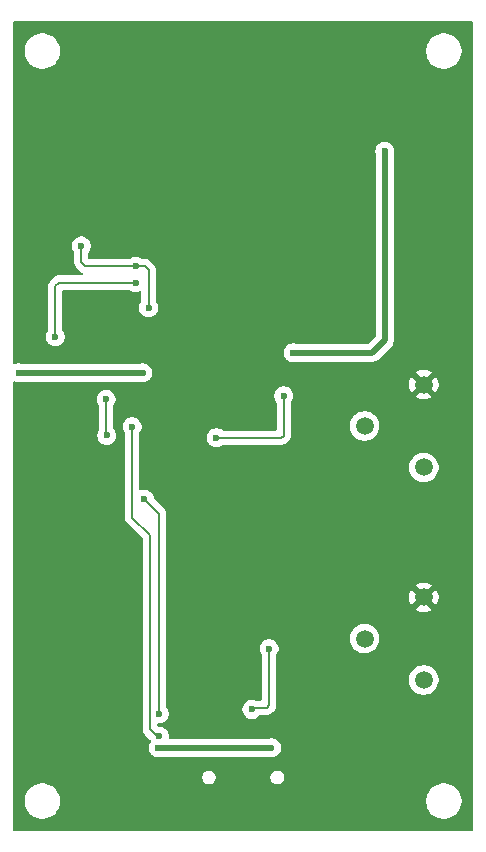
<source format=gbl>
%TF.GenerationSoftware,KiCad,Pcbnew,9.0.4*%
%TF.CreationDate,2025-10-04T23:27:53+02:00*%
%TF.ProjectId,zVMC_PCB,7a564d43-5f50-4434-922e-6b696361645f,rev?*%
%TF.SameCoordinates,Original*%
%TF.FileFunction,Copper,L2,Bot*%
%TF.FilePolarity,Positive*%
%FSLAX46Y46*%
G04 Gerber Fmt 4.6, Leading zero omitted, Abs format (unit mm)*
G04 Created by KiCad (PCBNEW 9.0.4) date 2025-10-04 23:27:53*
%MOMM*%
%LPD*%
G01*
G04 APERTURE LIST*
%TA.AperFunction,ComponentPad*%
%ADD10C,1.500000*%
%TD*%
%TA.AperFunction,ViaPad*%
%ADD11C,0.600000*%
%TD*%
%TA.AperFunction,Conductor*%
%ADD12C,0.500000*%
%TD*%
%TA.AperFunction,Conductor*%
%ADD13C,0.200000*%
%TD*%
G04 APERTURE END LIST*
D10*
%TO.P,J3,1,1*%
%TO.N,Net-(D1-A2)*%
X95300000Y-148750000D03*
%TO.P,J3,2,2*%
%TO.N,Net-(D1-A1)*%
X90300000Y-145250000D03*
%TO.P,J3,3,3*%
%TO.N,GND*%
X95300000Y-141750000D03*
%TD*%
%TO.P,J1,1,1*%
%TO.N,Net-(D9-A2)*%
X95300000Y-166750000D03*
%TO.P,J1,2,2*%
%TO.N,Net-(D9-A1)*%
X90300000Y-163250000D03*
%TO.P,J1,3,3*%
%TO.N,GND*%
X95300000Y-159750000D03*
%TD*%
D11*
%TO.N,GND*%
X65750000Y-112000000D03*
X82000000Y-151000000D03*
X84000000Y-151000000D03*
X77000000Y-144750000D03*
X63750000Y-120000000D03*
X79500000Y-142500000D03*
X75000000Y-132500000D03*
X86750000Y-118000000D03*
X78250000Y-163250000D03*
X62000000Y-126250000D03*
%TO.N,+3.3V*%
X71500000Y-140750000D03*
X61000000Y-140750000D03*
X84250000Y-139050000D03*
X92000000Y-122000000D03*
%TO.N,VBUS*%
X82400000Y-172500000D03*
X72800000Y-172500000D03*
%TO.N,USB+*%
X72900000Y-169600000D03*
X71650000Y-151450000D03*
%TO.N,USB-*%
X72900000Y-171500000D03*
X70600000Y-145300000D03*
%TO.N,Net-(D1-A2)*%
X83435000Y-142685000D03*
X77750000Y-146250000D03*
%TO.N,Net-(D9-A2)*%
X80750000Y-169250000D03*
X82200000Y-164100000D03*
%TO.N,RXD_0*%
X64100000Y-137700000D03*
X70900000Y-133100000D03*
%TO.N,TXD_0*%
X72000000Y-135250000D03*
X70900000Y-131700000D03*
X66300000Y-130000000D03*
%TO.N,RXD_1*%
X68450000Y-146050000D03*
X68400000Y-143000000D03*
%TD*%
D12*
%TO.N,+3.3V*%
X71500000Y-140750000D02*
X61000000Y-140750000D01*
X92000000Y-138000000D02*
X92000000Y-122000000D01*
X90950000Y-139050000D02*
X92000000Y-138000000D01*
X84250000Y-139050000D02*
X90950000Y-139050000D01*
%TO.N,VBUS*%
X82400000Y-172500000D02*
X72800000Y-172500000D01*
D13*
%TO.N,USB+*%
X71650000Y-151450000D02*
X72900000Y-152700000D01*
X72900000Y-152700000D02*
X72900000Y-169600000D01*
%TO.N,USB-*%
X70600000Y-152999000D02*
X72100000Y-154499000D01*
X72100000Y-154499000D02*
X72100000Y-170900000D01*
X70600000Y-145300000D02*
X70600000Y-152999000D01*
X72700000Y-171500000D02*
X72900000Y-171500000D01*
X72100000Y-170900000D02*
X72700000Y-171500000D01*
%TO.N,Net-(D1-A2)*%
X83435000Y-142685000D02*
X83435000Y-146065000D01*
X83500000Y-142750000D02*
X83435000Y-142685000D01*
X83435000Y-146065000D02*
X83250000Y-146250000D01*
X83250000Y-146250000D02*
X77750000Y-146250000D01*
%TO.N,Net-(D9-A2)*%
X82000000Y-169100000D02*
X82200000Y-168900000D01*
X80900000Y-169100000D02*
X82000000Y-169100000D01*
X82200000Y-168900000D02*
X82200000Y-164100000D01*
X80750000Y-169250000D02*
X80900000Y-169100000D01*
%TO.N,RXD_0*%
X64400000Y-133100000D02*
X64100000Y-133400000D01*
X64100000Y-133400000D02*
X64100000Y-137700000D01*
X70900000Y-133100000D02*
X64400000Y-133100000D01*
%TO.N,TXD_0*%
X70900000Y-131700000D02*
X66600000Y-131700000D01*
X70900000Y-131700000D02*
X71700000Y-131700000D01*
X66600000Y-131700000D02*
X66300000Y-131400000D01*
X72000000Y-132000000D02*
X72000000Y-135250000D01*
X71700000Y-131700000D02*
X72000000Y-132000000D01*
X66300000Y-131400000D02*
X66300000Y-130000000D01*
%TO.N,RXD_1*%
X68400000Y-146000000D02*
X68400000Y-143000000D01*
%TD*%
%TA.AperFunction,Conductor*%
%TO.N,GND*%
G36*
X99442539Y-111020185D02*
G01*
X99488294Y-111072989D01*
X99499500Y-111124500D01*
X99499500Y-179375500D01*
X99479815Y-179442539D01*
X99427011Y-179488294D01*
X99375500Y-179499500D01*
X60624500Y-179499500D01*
X60557461Y-179479815D01*
X60511706Y-179427011D01*
X60500500Y-179375500D01*
X60500500Y-176881902D01*
X61499500Y-176881902D01*
X61499500Y-177118097D01*
X61536446Y-177351368D01*
X61609433Y-177575996D01*
X61716657Y-177786433D01*
X61855483Y-177977510D01*
X62022490Y-178144517D01*
X62213567Y-178283343D01*
X62312991Y-178334002D01*
X62424003Y-178390566D01*
X62424005Y-178390566D01*
X62424008Y-178390568D01*
X62544412Y-178429689D01*
X62648631Y-178463553D01*
X62881903Y-178500500D01*
X62881908Y-178500500D01*
X63118097Y-178500500D01*
X63351368Y-178463553D01*
X63575992Y-178390568D01*
X63786433Y-178283343D01*
X63977510Y-178144517D01*
X64144517Y-177977510D01*
X64283343Y-177786433D01*
X64390568Y-177575992D01*
X64463553Y-177351368D01*
X64500500Y-177118097D01*
X64500500Y-176881902D01*
X95499500Y-176881902D01*
X95499500Y-177118097D01*
X95536446Y-177351368D01*
X95609433Y-177575996D01*
X95716657Y-177786433D01*
X95855483Y-177977510D01*
X96022490Y-178144517D01*
X96213567Y-178283343D01*
X96312991Y-178334002D01*
X96424003Y-178390566D01*
X96424005Y-178390566D01*
X96424008Y-178390568D01*
X96544412Y-178429689D01*
X96648631Y-178463553D01*
X96881903Y-178500500D01*
X96881908Y-178500500D01*
X97118097Y-178500500D01*
X97351368Y-178463553D01*
X97575992Y-178390568D01*
X97786433Y-178283343D01*
X97977510Y-178144517D01*
X98144517Y-177977510D01*
X98283343Y-177786433D01*
X98390568Y-177575992D01*
X98463553Y-177351368D01*
X98500500Y-177118097D01*
X98500500Y-176881902D01*
X98463553Y-176648631D01*
X98390566Y-176424003D01*
X98283342Y-176213566D01*
X98144517Y-176022490D01*
X97977510Y-175855483D01*
X97786433Y-175716657D01*
X97575996Y-175609433D01*
X97351368Y-175536446D01*
X97118097Y-175499500D01*
X97118092Y-175499500D01*
X96881908Y-175499500D01*
X96881903Y-175499500D01*
X96648631Y-175536446D01*
X96424003Y-175609433D01*
X96213566Y-175716657D01*
X96104550Y-175795862D01*
X96022490Y-175855483D01*
X96022488Y-175855485D01*
X96022487Y-175855485D01*
X95855485Y-176022487D01*
X95855485Y-176022488D01*
X95855483Y-176022490D01*
X95795862Y-176104550D01*
X95716657Y-176213566D01*
X95609433Y-176424003D01*
X95536446Y-176648631D01*
X95499500Y-176881902D01*
X64500500Y-176881902D01*
X64463553Y-176648631D01*
X64390566Y-176424003D01*
X64283342Y-176213566D01*
X64144517Y-176022490D01*
X63977510Y-175855483D01*
X63786433Y-175716657D01*
X63575996Y-175609433D01*
X63351368Y-175536446D01*
X63118097Y-175499500D01*
X63118092Y-175499500D01*
X62881908Y-175499500D01*
X62881903Y-175499500D01*
X62648631Y-175536446D01*
X62424003Y-175609433D01*
X62213566Y-175716657D01*
X62104550Y-175795862D01*
X62022490Y-175855483D01*
X62022488Y-175855485D01*
X62022487Y-175855485D01*
X61855485Y-176022487D01*
X61855485Y-176022488D01*
X61855483Y-176022490D01*
X61795862Y-176104550D01*
X61716657Y-176213566D01*
X61609433Y-176424003D01*
X61536446Y-176648631D01*
X61499500Y-176881902D01*
X60500500Y-176881902D01*
X60500500Y-174924234D01*
X76534500Y-174924234D01*
X76534500Y-175075765D01*
X76573719Y-175222136D01*
X76611602Y-175287750D01*
X76649485Y-175353365D01*
X76756635Y-175460515D01*
X76887865Y-175536281D01*
X77034234Y-175575500D01*
X77034236Y-175575500D01*
X77185764Y-175575500D01*
X77185766Y-175575500D01*
X77332135Y-175536281D01*
X77463365Y-175460515D01*
X77570515Y-175353365D01*
X77646281Y-175222135D01*
X77685500Y-175075766D01*
X77685500Y-174924234D01*
X82314500Y-174924234D01*
X82314500Y-175075765D01*
X82353719Y-175222136D01*
X82391602Y-175287750D01*
X82429485Y-175353365D01*
X82536635Y-175460515D01*
X82667865Y-175536281D01*
X82814234Y-175575500D01*
X82814236Y-175575500D01*
X82965764Y-175575500D01*
X82965766Y-175575500D01*
X83112135Y-175536281D01*
X83243365Y-175460515D01*
X83350515Y-175353365D01*
X83426281Y-175222135D01*
X83465500Y-175075766D01*
X83465500Y-174924234D01*
X83426281Y-174777865D01*
X83350515Y-174646635D01*
X83243365Y-174539485D01*
X83177750Y-174501602D01*
X83112136Y-174463719D01*
X83038950Y-174444109D01*
X82965766Y-174424500D01*
X82814234Y-174424500D01*
X82667863Y-174463719D01*
X82536635Y-174539485D01*
X82536632Y-174539487D01*
X82429487Y-174646632D01*
X82429485Y-174646635D01*
X82353719Y-174777863D01*
X82314500Y-174924234D01*
X77685500Y-174924234D01*
X77646281Y-174777865D01*
X77570515Y-174646635D01*
X77463365Y-174539485D01*
X77397750Y-174501602D01*
X77332136Y-174463719D01*
X77258950Y-174444109D01*
X77185766Y-174424500D01*
X77034234Y-174424500D01*
X76887863Y-174463719D01*
X76756635Y-174539485D01*
X76756632Y-174539487D01*
X76649487Y-174646632D01*
X76649485Y-174646635D01*
X76573719Y-174777863D01*
X76534500Y-174924234D01*
X60500500Y-174924234D01*
X60500500Y-142921153D01*
X67599500Y-142921153D01*
X67599500Y-143078846D01*
X67630261Y-143233489D01*
X67630264Y-143233501D01*
X67690602Y-143379172D01*
X67690609Y-143379185D01*
X67778602Y-143510874D01*
X67799480Y-143577551D01*
X67799500Y-143579765D01*
X67799500Y-145545064D01*
X67779815Y-145612103D01*
X67778603Y-145613954D01*
X67740608Y-145670817D01*
X67740602Y-145670828D01*
X67680264Y-145816498D01*
X67680261Y-145816510D01*
X67649500Y-145971153D01*
X67649500Y-146128846D01*
X67680261Y-146283489D01*
X67680264Y-146283501D01*
X67740602Y-146429172D01*
X67740609Y-146429185D01*
X67828210Y-146560288D01*
X67828213Y-146560292D01*
X67939707Y-146671786D01*
X67939711Y-146671789D01*
X68070814Y-146759390D01*
X68070827Y-146759397D01*
X68191972Y-146809576D01*
X68216503Y-146819737D01*
X68371153Y-146850499D01*
X68371156Y-146850500D01*
X68371158Y-146850500D01*
X68528844Y-146850500D01*
X68528845Y-146850499D01*
X68683497Y-146819737D01*
X68829179Y-146759394D01*
X68960289Y-146671789D01*
X69071789Y-146560289D01*
X69159394Y-146429179D01*
X69219737Y-146283497D01*
X69250500Y-146128842D01*
X69250500Y-145971158D01*
X69250500Y-145971155D01*
X69250499Y-145971153D01*
X69237421Y-145905405D01*
X69219737Y-145816503D01*
X69187929Y-145739711D01*
X69159397Y-145670827D01*
X69159390Y-145670814D01*
X69071789Y-145539711D01*
X69071786Y-145539707D01*
X69036819Y-145504740D01*
X69022115Y-145477812D01*
X69005523Y-145451994D01*
X69004631Y-145445793D01*
X69003334Y-145443417D01*
X69000500Y-145417059D01*
X69000500Y-145221153D01*
X69799500Y-145221153D01*
X69799500Y-145378846D01*
X69830261Y-145533489D01*
X69830264Y-145533501D01*
X69890602Y-145679172D01*
X69890609Y-145679185D01*
X69978602Y-145810874D01*
X69999480Y-145877551D01*
X69999500Y-145879765D01*
X69999500Y-152912330D01*
X69999499Y-152912348D01*
X69999499Y-153078054D01*
X69999498Y-153078054D01*
X70040423Y-153230786D01*
X70040424Y-153230787D01*
X70057046Y-153259577D01*
X70119481Y-153367717D01*
X70238349Y-153486585D01*
X70238355Y-153486590D01*
X71463181Y-154711416D01*
X71496666Y-154772739D01*
X71499500Y-154799097D01*
X71499500Y-170813330D01*
X71499499Y-170813348D01*
X71499499Y-170979054D01*
X71499498Y-170979054D01*
X71540423Y-171131785D01*
X71569358Y-171181900D01*
X71569359Y-171181904D01*
X71569360Y-171181904D01*
X71618206Y-171266510D01*
X71619479Y-171268714D01*
X71619481Y-171268717D01*
X71738349Y-171387585D01*
X71738355Y-171387590D01*
X72145348Y-171794583D01*
X72149980Y-171801516D01*
X72154219Y-171804459D01*
X72172228Y-171834812D01*
X72188761Y-171874727D01*
X72196230Y-171944196D01*
X72177302Y-171991070D01*
X72090609Y-172120814D01*
X72090602Y-172120827D01*
X72030264Y-172266498D01*
X72030261Y-172266510D01*
X71999500Y-172421153D01*
X71999500Y-172578846D01*
X72030261Y-172733489D01*
X72030264Y-172733501D01*
X72090602Y-172879172D01*
X72090609Y-172879185D01*
X72178210Y-173010288D01*
X72178213Y-173010292D01*
X72289707Y-173121786D01*
X72289711Y-173121789D01*
X72420814Y-173209390D01*
X72420827Y-173209397D01*
X72520060Y-173250500D01*
X72566503Y-173269737D01*
X72721153Y-173300499D01*
X72721156Y-173300500D01*
X72721158Y-173300500D01*
X72878844Y-173300500D01*
X72878845Y-173300499D01*
X72955152Y-173285320D01*
X73033488Y-173269739D01*
X73033489Y-173269738D01*
X73033497Y-173269737D01*
X73057155Y-173259937D01*
X73104604Y-173250500D01*
X82095396Y-173250500D01*
X82142844Y-173259937D01*
X82166503Y-173269737D01*
X82166508Y-173269738D01*
X82166511Y-173269739D01*
X82321153Y-173300499D01*
X82321156Y-173300500D01*
X82321158Y-173300500D01*
X82478844Y-173300500D01*
X82478845Y-173300499D01*
X82633497Y-173269737D01*
X82779179Y-173209394D01*
X82910289Y-173121789D01*
X83021789Y-173010289D01*
X83109394Y-172879179D01*
X83169737Y-172733497D01*
X83200500Y-172578842D01*
X83200500Y-172421158D01*
X83200500Y-172421155D01*
X83200499Y-172421153D01*
X83169738Y-172266510D01*
X83169737Y-172266503D01*
X83169735Y-172266498D01*
X83109397Y-172120827D01*
X83109390Y-172120814D01*
X83021789Y-171989711D01*
X83021786Y-171989707D01*
X82910292Y-171878213D01*
X82910288Y-171878210D01*
X82779185Y-171790609D01*
X82779172Y-171790602D01*
X82633501Y-171730264D01*
X82633489Y-171730261D01*
X82478845Y-171699500D01*
X82478842Y-171699500D01*
X82321158Y-171699500D01*
X82321155Y-171699500D01*
X82166511Y-171730260D01*
X82166506Y-171730262D01*
X82166504Y-171730262D01*
X82166503Y-171730263D01*
X82142844Y-171740062D01*
X82095396Y-171749500D01*
X73817649Y-171749500D01*
X73750610Y-171729815D01*
X73704855Y-171677011D01*
X73694911Y-171607853D01*
X73696031Y-171601310D01*
X73700500Y-171578841D01*
X73700500Y-171421155D01*
X73700499Y-171421153D01*
X73692417Y-171380521D01*
X73669737Y-171266503D01*
X73669735Y-171266498D01*
X73609397Y-171120827D01*
X73609390Y-171120814D01*
X73521789Y-170989711D01*
X73521786Y-170989707D01*
X73410292Y-170878213D01*
X73410288Y-170878210D01*
X73279185Y-170790609D01*
X73279172Y-170790602D01*
X73133501Y-170730264D01*
X73133489Y-170730261D01*
X72978845Y-170699500D01*
X72978842Y-170699500D01*
X72824500Y-170699500D01*
X72815814Y-170696949D01*
X72806853Y-170698238D01*
X72782812Y-170687259D01*
X72757461Y-170679815D01*
X72751533Y-170672974D01*
X72743297Y-170669213D01*
X72729007Y-170646978D01*
X72711706Y-170627011D01*
X72709418Y-170616496D01*
X72705523Y-170610435D01*
X72700500Y-170575500D01*
X72700500Y-170524500D01*
X72720185Y-170457461D01*
X72772989Y-170411706D01*
X72824500Y-170400500D01*
X72978844Y-170400500D01*
X72978845Y-170400499D01*
X73133497Y-170369737D01*
X73279179Y-170309394D01*
X73410289Y-170221789D01*
X73521789Y-170110289D01*
X73609394Y-169979179D01*
X73669737Y-169833497D01*
X73700500Y-169678842D01*
X73700500Y-169521158D01*
X73700500Y-169521155D01*
X73700499Y-169521153D01*
X73669737Y-169366503D01*
X73654139Y-169328846D01*
X73611046Y-169224808D01*
X73611044Y-169224805D01*
X73609394Y-169220821D01*
X73576207Y-169171153D01*
X79949500Y-169171153D01*
X79949500Y-169328846D01*
X79980261Y-169483489D01*
X79980264Y-169483501D01*
X80040602Y-169629172D01*
X80040609Y-169629185D01*
X80128210Y-169760288D01*
X80128213Y-169760292D01*
X80239707Y-169871786D01*
X80239711Y-169871789D01*
X80370814Y-169959390D01*
X80370827Y-169959397D01*
X80516498Y-170019735D01*
X80516503Y-170019737D01*
X80671153Y-170050499D01*
X80671156Y-170050500D01*
X80671158Y-170050500D01*
X80828844Y-170050500D01*
X80828845Y-170050499D01*
X80983497Y-170019737D01*
X81129179Y-169959394D01*
X81260289Y-169871789D01*
X81371789Y-169760289D01*
X81374914Y-169755611D01*
X81428525Y-169710806D01*
X81478018Y-169700500D01*
X81913331Y-169700500D01*
X81913347Y-169700501D01*
X81920943Y-169700501D01*
X82079054Y-169700501D01*
X82079057Y-169700501D01*
X82231785Y-169659577D01*
X82302558Y-169618716D01*
X82368716Y-169580520D01*
X82480520Y-169468716D01*
X82480520Y-169468715D01*
X82497948Y-169451287D01*
X82497953Y-169451280D01*
X82680520Y-169268716D01*
X82759577Y-169131784D01*
X82800501Y-168979057D01*
X82800501Y-168820942D01*
X82800501Y-168813347D01*
X82800500Y-168813329D01*
X82800500Y-166651577D01*
X94049500Y-166651577D01*
X94049500Y-166848422D01*
X94080290Y-167042826D01*
X94141117Y-167230029D01*
X94230476Y-167405405D01*
X94346172Y-167564646D01*
X94485354Y-167703828D01*
X94644595Y-167819524D01*
X94727455Y-167861743D01*
X94819970Y-167908882D01*
X94819972Y-167908882D01*
X94819975Y-167908884D01*
X94920317Y-167941487D01*
X95007173Y-167969709D01*
X95201578Y-168000500D01*
X95201583Y-168000500D01*
X95398422Y-168000500D01*
X95592826Y-167969709D01*
X95780025Y-167908884D01*
X95955405Y-167819524D01*
X96114646Y-167703828D01*
X96253828Y-167564646D01*
X96369524Y-167405405D01*
X96458884Y-167230025D01*
X96519709Y-167042826D01*
X96550500Y-166848422D01*
X96550500Y-166651577D01*
X96519709Y-166457173D01*
X96458882Y-166269970D01*
X96369523Y-166094594D01*
X96253828Y-165935354D01*
X96114646Y-165796172D01*
X95955405Y-165680476D01*
X95780029Y-165591117D01*
X95592826Y-165530290D01*
X95398422Y-165499500D01*
X95398417Y-165499500D01*
X95201583Y-165499500D01*
X95201578Y-165499500D01*
X95007173Y-165530290D01*
X94819970Y-165591117D01*
X94644594Y-165680476D01*
X94553741Y-165746485D01*
X94485354Y-165796172D01*
X94485352Y-165796174D01*
X94485351Y-165796174D01*
X94346174Y-165935351D01*
X94346174Y-165935352D01*
X94346172Y-165935354D01*
X94296485Y-166003741D01*
X94230476Y-166094594D01*
X94141117Y-166269970D01*
X94080290Y-166457173D01*
X94049500Y-166651577D01*
X82800500Y-166651577D01*
X82800500Y-164679765D01*
X82820185Y-164612726D01*
X82821398Y-164610874D01*
X82909390Y-164479185D01*
X82909390Y-164479184D01*
X82909394Y-164479179D01*
X82969737Y-164333497D01*
X83000500Y-164178842D01*
X83000500Y-164021158D01*
X83000500Y-164021155D01*
X83000499Y-164021153D01*
X82969738Y-163866510D01*
X82969737Y-163866503D01*
X82969735Y-163866498D01*
X82909397Y-163720827D01*
X82909390Y-163720814D01*
X82821789Y-163589711D01*
X82821786Y-163589707D01*
X82710292Y-163478213D01*
X82710288Y-163478210D01*
X82579185Y-163390609D01*
X82579172Y-163390602D01*
X82433501Y-163330264D01*
X82433489Y-163330261D01*
X82278845Y-163299500D01*
X82278842Y-163299500D01*
X82121158Y-163299500D01*
X82121155Y-163299500D01*
X81966510Y-163330261D01*
X81966498Y-163330264D01*
X81820827Y-163390602D01*
X81820814Y-163390609D01*
X81689711Y-163478210D01*
X81689707Y-163478213D01*
X81578213Y-163589707D01*
X81578210Y-163589711D01*
X81490609Y-163720814D01*
X81490602Y-163720827D01*
X81430264Y-163866498D01*
X81430261Y-163866510D01*
X81399500Y-164021153D01*
X81399500Y-164178846D01*
X81430261Y-164333489D01*
X81430264Y-164333501D01*
X81490602Y-164479172D01*
X81490609Y-164479185D01*
X81578602Y-164610874D01*
X81599480Y-164677551D01*
X81599500Y-164679765D01*
X81599500Y-168375500D01*
X81579815Y-168442539D01*
X81527011Y-168488294D01*
X81475500Y-168499500D01*
X81054604Y-168499500D01*
X81007155Y-168490062D01*
X80983497Y-168480263D01*
X80983493Y-168480262D01*
X80983488Y-168480260D01*
X80828845Y-168449500D01*
X80828842Y-168449500D01*
X80671158Y-168449500D01*
X80671155Y-168449500D01*
X80516510Y-168480261D01*
X80516498Y-168480264D01*
X80370827Y-168540602D01*
X80370814Y-168540609D01*
X80239711Y-168628210D01*
X80239707Y-168628213D01*
X80128213Y-168739707D01*
X80128210Y-168739711D01*
X80040609Y-168870814D01*
X80040602Y-168870827D01*
X79980264Y-169016498D01*
X79980261Y-169016510D01*
X79949500Y-169171153D01*
X73576207Y-169171153D01*
X73521789Y-169089711D01*
X73521771Y-169089693D01*
X73521043Y-169088591D01*
X73510847Y-169055428D01*
X73500520Y-169022447D01*
X73500514Y-169021821D01*
X73500510Y-169021807D01*
X73500514Y-169021792D01*
X73500500Y-169020234D01*
X73500500Y-163151577D01*
X89049500Y-163151577D01*
X89049500Y-163348422D01*
X89080290Y-163542826D01*
X89141117Y-163730029D01*
X89210658Y-163866510D01*
X89230476Y-163905405D01*
X89346172Y-164064646D01*
X89485354Y-164203828D01*
X89644595Y-164319524D01*
X89672019Y-164333497D01*
X89819970Y-164408882D01*
X89819972Y-164408882D01*
X89819975Y-164408884D01*
X89920317Y-164441487D01*
X90007173Y-164469709D01*
X90201578Y-164500500D01*
X90201583Y-164500500D01*
X90398422Y-164500500D01*
X90592826Y-164469709D01*
X90780025Y-164408884D01*
X90955405Y-164319524D01*
X91114646Y-164203828D01*
X91253828Y-164064646D01*
X91369524Y-163905405D01*
X91458884Y-163730025D01*
X91519709Y-163542826D01*
X91543818Y-163390609D01*
X91550500Y-163348422D01*
X91550500Y-163151577D01*
X91519709Y-162957173D01*
X91458882Y-162769970D01*
X91369523Y-162594594D01*
X91253828Y-162435354D01*
X91114646Y-162296172D01*
X90955405Y-162180476D01*
X90780029Y-162091117D01*
X90592826Y-162030290D01*
X90398422Y-161999500D01*
X90398417Y-161999500D01*
X90201583Y-161999500D01*
X90201578Y-161999500D01*
X90007173Y-162030290D01*
X89819970Y-162091117D01*
X89644594Y-162180476D01*
X89553741Y-162246485D01*
X89485354Y-162296172D01*
X89485352Y-162296174D01*
X89485351Y-162296174D01*
X89346174Y-162435351D01*
X89346174Y-162435352D01*
X89346172Y-162435354D01*
X89296485Y-162503741D01*
X89230476Y-162594594D01*
X89141117Y-162769970D01*
X89080290Y-162957173D01*
X89049500Y-163151577D01*
X73500500Y-163151577D01*
X73500500Y-159651617D01*
X94050000Y-159651617D01*
X94050000Y-159848382D01*
X94080778Y-160042705D01*
X94141581Y-160229835D01*
X94230905Y-160405145D01*
X94256319Y-160440125D01*
X94256320Y-160440125D01*
X94817037Y-159879408D01*
X94834075Y-159942993D01*
X94899901Y-160057007D01*
X94992993Y-160150099D01*
X95107007Y-160215925D01*
X95170590Y-160232962D01*
X94609873Y-160793677D01*
X94609873Y-160793678D01*
X94644858Y-160819096D01*
X94820164Y-160908418D01*
X95007294Y-160969221D01*
X95201618Y-161000000D01*
X95398382Y-161000000D01*
X95592705Y-160969221D01*
X95779835Y-160908418D01*
X95955143Y-160819095D01*
X95990125Y-160793678D01*
X95990126Y-160793678D01*
X95429410Y-160232962D01*
X95492993Y-160215925D01*
X95607007Y-160150099D01*
X95700099Y-160057007D01*
X95765925Y-159942993D01*
X95782962Y-159879410D01*
X96343678Y-160440126D01*
X96343678Y-160440125D01*
X96369095Y-160405143D01*
X96458418Y-160229835D01*
X96519221Y-160042705D01*
X96550000Y-159848382D01*
X96550000Y-159651617D01*
X96519221Y-159457294D01*
X96458418Y-159270164D01*
X96369096Y-159094858D01*
X96343678Y-159059873D01*
X96343677Y-159059873D01*
X95782962Y-159620589D01*
X95765925Y-159557007D01*
X95700099Y-159442993D01*
X95607007Y-159349901D01*
X95492993Y-159284075D01*
X95429409Y-159267037D01*
X95990125Y-158706320D01*
X95990125Y-158706319D01*
X95955145Y-158680905D01*
X95779835Y-158591581D01*
X95592705Y-158530778D01*
X95398382Y-158500000D01*
X95201618Y-158500000D01*
X95007294Y-158530778D01*
X94820161Y-158591582D01*
X94644863Y-158680899D01*
X94644859Y-158680902D01*
X94609873Y-158706320D01*
X94609872Y-158706320D01*
X95170590Y-159267037D01*
X95107007Y-159284075D01*
X94992993Y-159349901D01*
X94899901Y-159442993D01*
X94834075Y-159557007D01*
X94817037Y-159620590D01*
X94256320Y-159059872D01*
X94256320Y-159059873D01*
X94230902Y-159094859D01*
X94230899Y-159094863D01*
X94141582Y-159270161D01*
X94080778Y-159457294D01*
X94050000Y-159651617D01*
X73500500Y-159651617D01*
X73500500Y-152789059D01*
X73500501Y-152789046D01*
X73500501Y-152620945D01*
X73500501Y-152620943D01*
X73459577Y-152468215D01*
X73419326Y-152398499D01*
X73419326Y-152398498D01*
X73380522Y-152331287D01*
X73380521Y-152331286D01*
X73380520Y-152331284D01*
X73268716Y-152219480D01*
X73268715Y-152219479D01*
X73264385Y-152215149D01*
X73264374Y-152215139D01*
X72484574Y-151435339D01*
X72451089Y-151374016D01*
X72450638Y-151371849D01*
X72419738Y-151216510D01*
X72419737Y-151216503D01*
X72419735Y-151216498D01*
X72359397Y-151070827D01*
X72359390Y-151070814D01*
X72271789Y-150939711D01*
X72271786Y-150939707D01*
X72160292Y-150828213D01*
X72160288Y-150828210D01*
X72029185Y-150740609D01*
X72029172Y-150740602D01*
X71883501Y-150680264D01*
X71883489Y-150680261D01*
X71728845Y-150649500D01*
X71728842Y-150649500D01*
X71571158Y-150649500D01*
X71571155Y-150649500D01*
X71416510Y-150680261D01*
X71416498Y-150680264D01*
X71371952Y-150698716D01*
X71302483Y-150706185D01*
X71240004Y-150674909D01*
X71204352Y-150614820D01*
X71200500Y-150584155D01*
X71200500Y-148651577D01*
X94049500Y-148651577D01*
X94049500Y-148848422D01*
X94080290Y-149042826D01*
X94141117Y-149230029D01*
X94230476Y-149405405D01*
X94346172Y-149564646D01*
X94485354Y-149703828D01*
X94644595Y-149819524D01*
X94727455Y-149861743D01*
X94819970Y-149908882D01*
X94819972Y-149908882D01*
X94819975Y-149908884D01*
X94920317Y-149941487D01*
X95007173Y-149969709D01*
X95201578Y-150000500D01*
X95201583Y-150000500D01*
X95398422Y-150000500D01*
X95592826Y-149969709D01*
X95780025Y-149908884D01*
X95955405Y-149819524D01*
X96114646Y-149703828D01*
X96253828Y-149564646D01*
X96369524Y-149405405D01*
X96458884Y-149230025D01*
X96519709Y-149042826D01*
X96550500Y-148848422D01*
X96550500Y-148651577D01*
X96519709Y-148457173D01*
X96458882Y-148269970D01*
X96369523Y-148094594D01*
X96253828Y-147935354D01*
X96114646Y-147796172D01*
X95955405Y-147680476D01*
X95780029Y-147591117D01*
X95592826Y-147530290D01*
X95398422Y-147499500D01*
X95398417Y-147499500D01*
X95201583Y-147499500D01*
X95201578Y-147499500D01*
X95007173Y-147530290D01*
X94819970Y-147591117D01*
X94644594Y-147680476D01*
X94553741Y-147746485D01*
X94485354Y-147796172D01*
X94485352Y-147796174D01*
X94485351Y-147796174D01*
X94346174Y-147935351D01*
X94346174Y-147935352D01*
X94346172Y-147935354D01*
X94296485Y-148003741D01*
X94230476Y-148094594D01*
X94141117Y-148269970D01*
X94080290Y-148457173D01*
X94049500Y-148651577D01*
X71200500Y-148651577D01*
X71200500Y-146171153D01*
X76949500Y-146171153D01*
X76949500Y-146328846D01*
X76980261Y-146483489D01*
X76980264Y-146483501D01*
X77040602Y-146629172D01*
X77040609Y-146629185D01*
X77128210Y-146760288D01*
X77128213Y-146760292D01*
X77239707Y-146871786D01*
X77239711Y-146871789D01*
X77370814Y-146959390D01*
X77370827Y-146959397D01*
X77516498Y-147019735D01*
X77516503Y-147019737D01*
X77671153Y-147050499D01*
X77671156Y-147050500D01*
X77671158Y-147050500D01*
X77828844Y-147050500D01*
X77828845Y-147050499D01*
X77983497Y-147019737D01*
X78129179Y-146959394D01*
X78129185Y-146959390D01*
X78260875Y-146871398D01*
X78327553Y-146850520D01*
X78329766Y-146850500D01*
X83163331Y-146850500D01*
X83163347Y-146850501D01*
X83170943Y-146850501D01*
X83329054Y-146850501D01*
X83329057Y-146850501D01*
X83481785Y-146809577D01*
X83531904Y-146780639D01*
X83618716Y-146730520D01*
X83730520Y-146618716D01*
X83730520Y-146618715D01*
X83747960Y-146601275D01*
X83747962Y-146601272D01*
X83788943Y-146560292D01*
X83915520Y-146433716D01*
X83918140Y-146429179D01*
X83981448Y-146319524D01*
X83994577Y-146296784D01*
X84035501Y-146144057D01*
X84035501Y-145985942D01*
X84035501Y-145978347D01*
X84035500Y-145978329D01*
X84035500Y-145151577D01*
X89049500Y-145151577D01*
X89049500Y-145348422D01*
X89080290Y-145542826D01*
X89141117Y-145730029D01*
X89212858Y-145870827D01*
X89230476Y-145905405D01*
X89346172Y-146064646D01*
X89485354Y-146203828D01*
X89644595Y-146319524D01*
X89662883Y-146328842D01*
X89819970Y-146408882D01*
X89819972Y-146408882D01*
X89819975Y-146408884D01*
X89882455Y-146429185D01*
X90007173Y-146469709D01*
X90201578Y-146500500D01*
X90201583Y-146500500D01*
X90398422Y-146500500D01*
X90592826Y-146469709D01*
X90780025Y-146408884D01*
X90955405Y-146319524D01*
X91114646Y-146203828D01*
X91253828Y-146064646D01*
X91369524Y-145905405D01*
X91458884Y-145730025D01*
X91519709Y-145542826D01*
X91530006Y-145477812D01*
X91550500Y-145348422D01*
X91550500Y-145151577D01*
X91519709Y-144957173D01*
X91491487Y-144870317D01*
X91458884Y-144769975D01*
X91458882Y-144769972D01*
X91458882Y-144769970D01*
X91369523Y-144594594D01*
X91366623Y-144590602D01*
X91253828Y-144435354D01*
X91114646Y-144296172D01*
X90955405Y-144180476D01*
X90780029Y-144091117D01*
X90592826Y-144030290D01*
X90398422Y-143999500D01*
X90398417Y-143999500D01*
X90201583Y-143999500D01*
X90201578Y-143999500D01*
X90007173Y-144030290D01*
X89819970Y-144091117D01*
X89644594Y-144180476D01*
X89553741Y-144246485D01*
X89485354Y-144296172D01*
X89485352Y-144296174D01*
X89485351Y-144296174D01*
X89346174Y-144435351D01*
X89346174Y-144435352D01*
X89346172Y-144435354D01*
X89299567Y-144499500D01*
X89230476Y-144594594D01*
X89141117Y-144769970D01*
X89080290Y-144957173D01*
X89049500Y-145151577D01*
X84035500Y-145151577D01*
X84035500Y-143264765D01*
X84055185Y-143197726D01*
X84056398Y-143195874D01*
X84144390Y-143064185D01*
X84144390Y-143064184D01*
X84144394Y-143064179D01*
X84204737Y-142918497D01*
X84235500Y-142763842D01*
X84235500Y-142606158D01*
X84235500Y-142606155D01*
X84235499Y-142606153D01*
X84204738Y-142451510D01*
X84204737Y-142451503D01*
X84174379Y-142378211D01*
X84144397Y-142305827D01*
X84144390Y-142305814D01*
X84056789Y-142174711D01*
X84056786Y-142174707D01*
X83945292Y-142063213D01*
X83945288Y-142063210D01*
X83814185Y-141975609D01*
X83814172Y-141975602D01*
X83668501Y-141915264D01*
X83668489Y-141915261D01*
X83513845Y-141884500D01*
X83513842Y-141884500D01*
X83356158Y-141884500D01*
X83356155Y-141884500D01*
X83201510Y-141915261D01*
X83201498Y-141915264D01*
X83055827Y-141975602D01*
X83055814Y-141975609D01*
X82924711Y-142063210D01*
X82924707Y-142063213D01*
X82813213Y-142174707D01*
X82813210Y-142174711D01*
X82725609Y-142305814D01*
X82725602Y-142305827D01*
X82665264Y-142451498D01*
X82665261Y-142451510D01*
X82634500Y-142606153D01*
X82634500Y-142763846D01*
X82665261Y-142918489D01*
X82665264Y-142918501D01*
X82725602Y-143064172D01*
X82725609Y-143064185D01*
X82813602Y-143195874D01*
X82834480Y-143262551D01*
X82834500Y-143264765D01*
X82834500Y-145525500D01*
X82814815Y-145592539D01*
X82762011Y-145638294D01*
X82710500Y-145649500D01*
X78329766Y-145649500D01*
X78262727Y-145629815D01*
X78260875Y-145628602D01*
X78129185Y-145540609D01*
X78129172Y-145540602D01*
X77983501Y-145480264D01*
X77983489Y-145480261D01*
X77828845Y-145449500D01*
X77828842Y-145449500D01*
X77671158Y-145449500D01*
X77671155Y-145449500D01*
X77516510Y-145480261D01*
X77516498Y-145480264D01*
X77370827Y-145540602D01*
X77370814Y-145540609D01*
X77239711Y-145628210D01*
X77239707Y-145628213D01*
X77128213Y-145739707D01*
X77128210Y-145739711D01*
X77040609Y-145870814D01*
X77040602Y-145870827D01*
X76980264Y-146016498D01*
X76980261Y-146016510D01*
X76949500Y-146171153D01*
X71200500Y-146171153D01*
X71200500Y-145879765D01*
X71220185Y-145812726D01*
X71221398Y-145810874D01*
X71309390Y-145679185D01*
X71309390Y-145679184D01*
X71309394Y-145679179D01*
X71312854Y-145670827D01*
X71329841Y-145629815D01*
X71369737Y-145533497D01*
X71400500Y-145378842D01*
X71400500Y-145221158D01*
X71400500Y-145221155D01*
X71400499Y-145221153D01*
X71369737Y-145066503D01*
X71324452Y-144957174D01*
X71309397Y-144920827D01*
X71309390Y-144920814D01*
X71221789Y-144789711D01*
X71221786Y-144789707D01*
X71110292Y-144678213D01*
X71110288Y-144678210D01*
X70979185Y-144590609D01*
X70979172Y-144590602D01*
X70833501Y-144530264D01*
X70833489Y-144530261D01*
X70678845Y-144499500D01*
X70678842Y-144499500D01*
X70521158Y-144499500D01*
X70521155Y-144499500D01*
X70366510Y-144530261D01*
X70366498Y-144530264D01*
X70220827Y-144590602D01*
X70220814Y-144590609D01*
X70089711Y-144678210D01*
X70089707Y-144678213D01*
X69978213Y-144789707D01*
X69978210Y-144789711D01*
X69890609Y-144920814D01*
X69890602Y-144920827D01*
X69830264Y-145066498D01*
X69830261Y-145066510D01*
X69799500Y-145221153D01*
X69000500Y-145221153D01*
X69000500Y-143579765D01*
X69020185Y-143512726D01*
X69021398Y-143510874D01*
X69109390Y-143379185D01*
X69109390Y-143379184D01*
X69109394Y-143379179D01*
X69169737Y-143233497D01*
X69200500Y-143078842D01*
X69200500Y-142921158D01*
X69200500Y-142921155D01*
X69200499Y-142921153D01*
X69169738Y-142766510D01*
X69169737Y-142766503D01*
X69169735Y-142766498D01*
X69109397Y-142620827D01*
X69109390Y-142620814D01*
X69021789Y-142489711D01*
X69021786Y-142489707D01*
X68910292Y-142378213D01*
X68910288Y-142378210D01*
X68779185Y-142290609D01*
X68779172Y-142290602D01*
X68633501Y-142230264D01*
X68633489Y-142230261D01*
X68478845Y-142199500D01*
X68478842Y-142199500D01*
X68321158Y-142199500D01*
X68321155Y-142199500D01*
X68166510Y-142230261D01*
X68166498Y-142230264D01*
X68020827Y-142290602D01*
X68020814Y-142290609D01*
X67889711Y-142378210D01*
X67889707Y-142378213D01*
X67778213Y-142489707D01*
X67778210Y-142489711D01*
X67690609Y-142620814D01*
X67690602Y-142620827D01*
X67630264Y-142766498D01*
X67630261Y-142766510D01*
X67599500Y-142921153D01*
X60500500Y-142921153D01*
X60500500Y-141651617D01*
X94050000Y-141651617D01*
X94050000Y-141848382D01*
X94080778Y-142042705D01*
X94141581Y-142229835D01*
X94230905Y-142405145D01*
X94256319Y-142440125D01*
X94256320Y-142440125D01*
X94817037Y-141879408D01*
X94834075Y-141942993D01*
X94899901Y-142057007D01*
X94992993Y-142150099D01*
X95107007Y-142215925D01*
X95170590Y-142232962D01*
X94609873Y-142793677D01*
X94609873Y-142793678D01*
X94644858Y-142819096D01*
X94820164Y-142908418D01*
X95007294Y-142969221D01*
X95201618Y-143000000D01*
X95398382Y-143000000D01*
X95592705Y-142969221D01*
X95779835Y-142908418D01*
X95955143Y-142819095D01*
X95990125Y-142793678D01*
X95990126Y-142793678D01*
X95429410Y-142232962D01*
X95492993Y-142215925D01*
X95607007Y-142150099D01*
X95700099Y-142057007D01*
X95765925Y-141942993D01*
X95782962Y-141879410D01*
X96343678Y-142440126D01*
X96343678Y-142440125D01*
X96369095Y-142405143D01*
X96458418Y-142229835D01*
X96519221Y-142042705D01*
X96550000Y-141848382D01*
X96550000Y-141651617D01*
X96519221Y-141457294D01*
X96458418Y-141270164D01*
X96369096Y-141094858D01*
X96343678Y-141059873D01*
X96343677Y-141059873D01*
X95782962Y-141620589D01*
X95765925Y-141557007D01*
X95700099Y-141442993D01*
X95607007Y-141349901D01*
X95492993Y-141284075D01*
X95429409Y-141267037D01*
X95990125Y-140706320D01*
X95990125Y-140706319D01*
X95955145Y-140680905D01*
X95779835Y-140591581D01*
X95592705Y-140530778D01*
X95398382Y-140500000D01*
X95201618Y-140500000D01*
X95007294Y-140530778D01*
X94820161Y-140591582D01*
X94644863Y-140680899D01*
X94644859Y-140680902D01*
X94609873Y-140706320D01*
X94609872Y-140706320D01*
X95170590Y-141267037D01*
X95107007Y-141284075D01*
X94992993Y-141349901D01*
X94899901Y-141442993D01*
X94834075Y-141557007D01*
X94817037Y-141620590D01*
X94256320Y-141059872D01*
X94256320Y-141059873D01*
X94230902Y-141094859D01*
X94230899Y-141094863D01*
X94141582Y-141270161D01*
X94080778Y-141457294D01*
X94050000Y-141651617D01*
X60500500Y-141651617D01*
X60500500Y-141595134D01*
X60520185Y-141528095D01*
X60572989Y-141482340D01*
X60642147Y-141472396D01*
X60671950Y-141480572D01*
X60766503Y-141519737D01*
X60921153Y-141550499D01*
X60921156Y-141550500D01*
X60921158Y-141550500D01*
X61078844Y-141550500D01*
X61078845Y-141550499D01*
X61206370Y-141525133D01*
X61233488Y-141519739D01*
X61233489Y-141519738D01*
X61233497Y-141519737D01*
X61257155Y-141509937D01*
X61304604Y-141500500D01*
X71195396Y-141500500D01*
X71242844Y-141509937D01*
X71266503Y-141519737D01*
X71266508Y-141519738D01*
X71266511Y-141519739D01*
X71421153Y-141550499D01*
X71421156Y-141550500D01*
X71421158Y-141550500D01*
X71578844Y-141550500D01*
X71706366Y-141525134D01*
X71706366Y-141525133D01*
X71733497Y-141519737D01*
X71879179Y-141459394D01*
X72010289Y-141371789D01*
X72121789Y-141260289D01*
X72209394Y-141129179D01*
X72269737Y-140983497D01*
X72300500Y-140828842D01*
X72300500Y-140671158D01*
X72300500Y-140671155D01*
X72300499Y-140671153D01*
X72269738Y-140516510D01*
X72269737Y-140516503D01*
X72262901Y-140500000D01*
X72209397Y-140370827D01*
X72209390Y-140370814D01*
X72121789Y-140239711D01*
X72121786Y-140239707D01*
X72010292Y-140128213D01*
X72010288Y-140128210D01*
X71879185Y-140040609D01*
X71879172Y-140040602D01*
X71733501Y-139980264D01*
X71733489Y-139980261D01*
X71578845Y-139949500D01*
X71578842Y-139949500D01*
X71421158Y-139949500D01*
X71421155Y-139949500D01*
X71266511Y-139980260D01*
X71266506Y-139980262D01*
X71266504Y-139980262D01*
X71266503Y-139980263D01*
X71242844Y-139990062D01*
X71195396Y-139999500D01*
X61304604Y-139999500D01*
X61257155Y-139990062D01*
X61233497Y-139980263D01*
X61233493Y-139980262D01*
X61233488Y-139980260D01*
X61078845Y-139949500D01*
X61078842Y-139949500D01*
X60921158Y-139949500D01*
X60921155Y-139949500D01*
X60766510Y-139980261D01*
X60766507Y-139980261D01*
X60671952Y-140019427D01*
X60602482Y-140026895D01*
X60540003Y-139995619D01*
X60504351Y-139935530D01*
X60500500Y-139904865D01*
X60500500Y-138971153D01*
X83449500Y-138971153D01*
X83449500Y-139128846D01*
X83480261Y-139283489D01*
X83480264Y-139283501D01*
X83540602Y-139429172D01*
X83540609Y-139429185D01*
X83628210Y-139560288D01*
X83628213Y-139560292D01*
X83739707Y-139671786D01*
X83739711Y-139671789D01*
X83870814Y-139759390D01*
X83870827Y-139759397D01*
X83970060Y-139800500D01*
X84016503Y-139819737D01*
X84171153Y-139850499D01*
X84171156Y-139850500D01*
X84171158Y-139850500D01*
X84328844Y-139850500D01*
X84328845Y-139850499D01*
X84405152Y-139835320D01*
X84483488Y-139819739D01*
X84483489Y-139819738D01*
X84483497Y-139819737D01*
X84507155Y-139809937D01*
X84554604Y-139800500D01*
X91023920Y-139800500D01*
X91121462Y-139781096D01*
X91168913Y-139771658D01*
X91305495Y-139715084D01*
X91370291Y-139671789D01*
X91370294Y-139671786D01*
X91370296Y-139671786D01*
X91399547Y-139652240D01*
X91428416Y-139632952D01*
X92582951Y-138478416D01*
X92665084Y-138355495D01*
X92721658Y-138218913D01*
X92731096Y-138171462D01*
X92750500Y-138073920D01*
X92750500Y-122304604D01*
X92759939Y-122257151D01*
X92769737Y-122233497D01*
X92800500Y-122078842D01*
X92800500Y-121921158D01*
X92800500Y-121921155D01*
X92800499Y-121921153D01*
X92769738Y-121766510D01*
X92769737Y-121766503D01*
X92769735Y-121766498D01*
X92709397Y-121620827D01*
X92709390Y-121620814D01*
X92621789Y-121489711D01*
X92621786Y-121489707D01*
X92510292Y-121378213D01*
X92510288Y-121378210D01*
X92379185Y-121290609D01*
X92379172Y-121290602D01*
X92233501Y-121230264D01*
X92233489Y-121230261D01*
X92078845Y-121199500D01*
X92078842Y-121199500D01*
X91921158Y-121199500D01*
X91921155Y-121199500D01*
X91766510Y-121230261D01*
X91766498Y-121230264D01*
X91620827Y-121290602D01*
X91620814Y-121290609D01*
X91489711Y-121378210D01*
X91489707Y-121378213D01*
X91378213Y-121489707D01*
X91378210Y-121489711D01*
X91290609Y-121620814D01*
X91290602Y-121620827D01*
X91230264Y-121766498D01*
X91230261Y-121766510D01*
X91199500Y-121921153D01*
X91199500Y-122078846D01*
X91230261Y-122233489D01*
X91230263Y-122233497D01*
X91240061Y-122257151D01*
X91249500Y-122304604D01*
X91249500Y-137637770D01*
X91229815Y-137704809D01*
X91213181Y-137725451D01*
X90675451Y-138263181D01*
X90614128Y-138296666D01*
X90587770Y-138299500D01*
X84554604Y-138299500D01*
X84507155Y-138290062D01*
X84483497Y-138280263D01*
X84483493Y-138280262D01*
X84483488Y-138280260D01*
X84328845Y-138249500D01*
X84328842Y-138249500D01*
X84171158Y-138249500D01*
X84171155Y-138249500D01*
X84016510Y-138280261D01*
X84016498Y-138280264D01*
X83870827Y-138340602D01*
X83870814Y-138340609D01*
X83739711Y-138428210D01*
X83739707Y-138428213D01*
X83628213Y-138539707D01*
X83628210Y-138539711D01*
X83540609Y-138670814D01*
X83540602Y-138670827D01*
X83480264Y-138816498D01*
X83480261Y-138816510D01*
X83449500Y-138971153D01*
X60500500Y-138971153D01*
X60500500Y-137621153D01*
X63299500Y-137621153D01*
X63299500Y-137778846D01*
X63330261Y-137933489D01*
X63330264Y-137933501D01*
X63390602Y-138079172D01*
X63390609Y-138079185D01*
X63478210Y-138210288D01*
X63478213Y-138210292D01*
X63589707Y-138321786D01*
X63589711Y-138321789D01*
X63720814Y-138409390D01*
X63720827Y-138409397D01*
X63766254Y-138428213D01*
X63866503Y-138469737D01*
X64021153Y-138500499D01*
X64021156Y-138500500D01*
X64021158Y-138500500D01*
X64178844Y-138500500D01*
X64178845Y-138500499D01*
X64333497Y-138469737D01*
X64479179Y-138409394D01*
X64610289Y-138321789D01*
X64721789Y-138210289D01*
X64809394Y-138079179D01*
X64869737Y-137933497D01*
X64900500Y-137778842D01*
X64900500Y-137621158D01*
X64900500Y-137621155D01*
X64900499Y-137621153D01*
X64869738Y-137466510D01*
X64869737Y-137466503D01*
X64869735Y-137466498D01*
X64809397Y-137320827D01*
X64809390Y-137320814D01*
X64721398Y-137189125D01*
X64700520Y-137122447D01*
X64700500Y-137120234D01*
X64700500Y-133824500D01*
X64720185Y-133757461D01*
X64772989Y-133711706D01*
X64824500Y-133700500D01*
X70320234Y-133700500D01*
X70387273Y-133720185D01*
X70389125Y-133721398D01*
X70520814Y-133809390D01*
X70520827Y-133809397D01*
X70629425Y-133854379D01*
X70666503Y-133869737D01*
X70821153Y-133900499D01*
X70821156Y-133900500D01*
X70821158Y-133900500D01*
X70978844Y-133900500D01*
X70978845Y-133900499D01*
X71133497Y-133869737D01*
X71228048Y-133830572D01*
X71297517Y-133823104D01*
X71359996Y-133854379D01*
X71395648Y-133914468D01*
X71399500Y-133945134D01*
X71399500Y-134670234D01*
X71379815Y-134737273D01*
X71378602Y-134739125D01*
X71290609Y-134870814D01*
X71290602Y-134870827D01*
X71230264Y-135016498D01*
X71230261Y-135016510D01*
X71199500Y-135171153D01*
X71199500Y-135328846D01*
X71230261Y-135483489D01*
X71230264Y-135483501D01*
X71290602Y-135629172D01*
X71290609Y-135629185D01*
X71378210Y-135760288D01*
X71378213Y-135760292D01*
X71489707Y-135871786D01*
X71489711Y-135871789D01*
X71620814Y-135959390D01*
X71620827Y-135959397D01*
X71766498Y-136019735D01*
X71766503Y-136019737D01*
X71921153Y-136050499D01*
X71921156Y-136050500D01*
X71921158Y-136050500D01*
X72078844Y-136050500D01*
X72078845Y-136050499D01*
X72233497Y-136019737D01*
X72379179Y-135959394D01*
X72510289Y-135871789D01*
X72621789Y-135760289D01*
X72709394Y-135629179D01*
X72769737Y-135483497D01*
X72800500Y-135328842D01*
X72800500Y-135171158D01*
X72800500Y-135171155D01*
X72800499Y-135171153D01*
X72769738Y-135016510D01*
X72769737Y-135016503D01*
X72769735Y-135016498D01*
X72709397Y-134870827D01*
X72709390Y-134870814D01*
X72621398Y-134739125D01*
X72600520Y-134672447D01*
X72600500Y-134670234D01*
X72600500Y-131920945D01*
X72600500Y-131920943D01*
X72568224Y-131800490D01*
X72559577Y-131768215D01*
X72559577Y-131768214D01*
X72530639Y-131718095D01*
X72530637Y-131718092D01*
X72483203Y-131635932D01*
X72480520Y-131631284D01*
X72368716Y-131519480D01*
X72368715Y-131519479D01*
X72364385Y-131515149D01*
X72364374Y-131515139D01*
X72187590Y-131338355D01*
X72187588Y-131338352D01*
X72068717Y-131219481D01*
X72068709Y-131219475D01*
X71979923Y-131168215D01*
X71979922Y-131168215D01*
X71931785Y-131140423D01*
X71779057Y-131099499D01*
X71620943Y-131099499D01*
X71613347Y-131099499D01*
X71613331Y-131099500D01*
X71479766Y-131099500D01*
X71412727Y-131079815D01*
X71410875Y-131078602D01*
X71279185Y-130990609D01*
X71279172Y-130990602D01*
X71133501Y-130930264D01*
X71133489Y-130930261D01*
X70978845Y-130899500D01*
X70978842Y-130899500D01*
X70821158Y-130899500D01*
X70821155Y-130899500D01*
X70666510Y-130930261D01*
X70666498Y-130930264D01*
X70520827Y-130990602D01*
X70520814Y-130990609D01*
X70389125Y-131078602D01*
X70322447Y-131099480D01*
X70320234Y-131099500D01*
X67024500Y-131099500D01*
X66957461Y-131079815D01*
X66911706Y-131027011D01*
X66900500Y-130975500D01*
X66900500Y-130579765D01*
X66920185Y-130512726D01*
X66921398Y-130510874D01*
X67009390Y-130379185D01*
X67009390Y-130379184D01*
X67009394Y-130379179D01*
X67069737Y-130233497D01*
X67100500Y-130078842D01*
X67100500Y-129921158D01*
X67100500Y-129921155D01*
X67100499Y-129921153D01*
X67069738Y-129766510D01*
X67069737Y-129766503D01*
X67069735Y-129766498D01*
X67009397Y-129620827D01*
X67009390Y-129620814D01*
X66921789Y-129489711D01*
X66921786Y-129489707D01*
X66810292Y-129378213D01*
X66810288Y-129378210D01*
X66679185Y-129290609D01*
X66679172Y-129290602D01*
X66533501Y-129230264D01*
X66533489Y-129230261D01*
X66378845Y-129199500D01*
X66378842Y-129199500D01*
X66221158Y-129199500D01*
X66221155Y-129199500D01*
X66066510Y-129230261D01*
X66066498Y-129230264D01*
X65920827Y-129290602D01*
X65920814Y-129290609D01*
X65789711Y-129378210D01*
X65789707Y-129378213D01*
X65678213Y-129489707D01*
X65678210Y-129489711D01*
X65590609Y-129620814D01*
X65590602Y-129620827D01*
X65530264Y-129766498D01*
X65530261Y-129766510D01*
X65499500Y-129921153D01*
X65499500Y-130078846D01*
X65530261Y-130233489D01*
X65530264Y-130233501D01*
X65590602Y-130379172D01*
X65590609Y-130379185D01*
X65678602Y-130510874D01*
X65699480Y-130577551D01*
X65699500Y-130579765D01*
X65699500Y-131313330D01*
X65699499Y-131313348D01*
X65699499Y-131479054D01*
X65699498Y-131479054D01*
X65740423Y-131631785D01*
X65740424Y-131631788D01*
X65742817Y-131635932D01*
X65742820Y-131635937D01*
X65819477Y-131768712D01*
X65819481Y-131768717D01*
X65938349Y-131887585D01*
X65938355Y-131887590D01*
X66115139Y-132064374D01*
X66115149Y-132064385D01*
X66119479Y-132068715D01*
X66119480Y-132068716D01*
X66231284Y-132180520D01*
X66318095Y-132230639D01*
X66368215Y-132259577D01*
X66372897Y-132260831D01*
X66383929Y-132266915D01*
X66403864Y-132287016D01*
X66425907Y-132304779D01*
X66428143Y-132311497D01*
X66433129Y-132316525D01*
X66439031Y-132344210D01*
X66447972Y-132371073D01*
X66446220Y-132377934D01*
X66447697Y-132384859D01*
X66437694Y-132411342D01*
X66430693Y-132438773D01*
X66425511Y-132443597D01*
X66423009Y-132450222D01*
X66400274Y-132467094D01*
X66379556Y-132486384D01*
X66371818Y-132488212D01*
X66366902Y-132491861D01*
X66352183Y-132492852D01*
X66324051Y-132499500D01*
X64320943Y-132499500D01*
X64168214Y-132540423D01*
X64135040Y-132559577D01*
X64135039Y-132559577D01*
X64031287Y-132619477D01*
X64031282Y-132619481D01*
X63619481Y-133031282D01*
X63619479Y-133031285D01*
X63569361Y-133118094D01*
X63569359Y-133118096D01*
X63540425Y-133168209D01*
X63540424Y-133168210D01*
X63540423Y-133168215D01*
X63499499Y-133320943D01*
X63499499Y-133320945D01*
X63499499Y-133489046D01*
X63499500Y-133489059D01*
X63499500Y-137120234D01*
X63479815Y-137187273D01*
X63478602Y-137189125D01*
X63390609Y-137320814D01*
X63390602Y-137320827D01*
X63330264Y-137466498D01*
X63330261Y-137466510D01*
X63299500Y-137621153D01*
X60500500Y-137621153D01*
X60500500Y-113381902D01*
X61499500Y-113381902D01*
X61499500Y-113618097D01*
X61536446Y-113851368D01*
X61609433Y-114075996D01*
X61716657Y-114286433D01*
X61855483Y-114477510D01*
X62022490Y-114644517D01*
X62213567Y-114783343D01*
X62312991Y-114834002D01*
X62424003Y-114890566D01*
X62424005Y-114890566D01*
X62424008Y-114890568D01*
X62544412Y-114929689D01*
X62648631Y-114963553D01*
X62881903Y-115000500D01*
X62881908Y-115000500D01*
X63118097Y-115000500D01*
X63351368Y-114963553D01*
X63575992Y-114890568D01*
X63786433Y-114783343D01*
X63977510Y-114644517D01*
X64144517Y-114477510D01*
X64283343Y-114286433D01*
X64390568Y-114075992D01*
X64463553Y-113851368D01*
X64500500Y-113618097D01*
X64500500Y-113381902D01*
X95499500Y-113381902D01*
X95499500Y-113618097D01*
X95536446Y-113851368D01*
X95609433Y-114075996D01*
X95716657Y-114286433D01*
X95855483Y-114477510D01*
X96022490Y-114644517D01*
X96213567Y-114783343D01*
X96312991Y-114834002D01*
X96424003Y-114890566D01*
X96424005Y-114890566D01*
X96424008Y-114890568D01*
X96544412Y-114929689D01*
X96648631Y-114963553D01*
X96881903Y-115000500D01*
X96881908Y-115000500D01*
X97118097Y-115000500D01*
X97351368Y-114963553D01*
X97575992Y-114890568D01*
X97786433Y-114783343D01*
X97977510Y-114644517D01*
X98144517Y-114477510D01*
X98283343Y-114286433D01*
X98390568Y-114075992D01*
X98463553Y-113851368D01*
X98500500Y-113618097D01*
X98500500Y-113381902D01*
X98463553Y-113148631D01*
X98390566Y-112924003D01*
X98283342Y-112713566D01*
X98144517Y-112522490D01*
X97977510Y-112355483D01*
X97786433Y-112216657D01*
X97575996Y-112109433D01*
X97351368Y-112036446D01*
X97118097Y-111999500D01*
X97118092Y-111999500D01*
X96881908Y-111999500D01*
X96881903Y-111999500D01*
X96648631Y-112036446D01*
X96424003Y-112109433D01*
X96213566Y-112216657D01*
X96104550Y-112295862D01*
X96022490Y-112355483D01*
X96022488Y-112355485D01*
X96022487Y-112355485D01*
X95855485Y-112522487D01*
X95855485Y-112522488D01*
X95855483Y-112522490D01*
X95795862Y-112604550D01*
X95716657Y-112713566D01*
X95609433Y-112924003D01*
X95536446Y-113148631D01*
X95499500Y-113381902D01*
X64500500Y-113381902D01*
X64463553Y-113148631D01*
X64390566Y-112924003D01*
X64283342Y-112713566D01*
X64144517Y-112522490D01*
X63977510Y-112355483D01*
X63786433Y-112216657D01*
X63575996Y-112109433D01*
X63351368Y-112036446D01*
X63118097Y-111999500D01*
X63118092Y-111999500D01*
X62881908Y-111999500D01*
X62881903Y-111999500D01*
X62648631Y-112036446D01*
X62424003Y-112109433D01*
X62213566Y-112216657D01*
X62104550Y-112295862D01*
X62022490Y-112355483D01*
X62022488Y-112355485D01*
X62022487Y-112355485D01*
X61855485Y-112522487D01*
X61855485Y-112522488D01*
X61855483Y-112522490D01*
X61795862Y-112604550D01*
X61716657Y-112713566D01*
X61609433Y-112924003D01*
X61536446Y-113148631D01*
X61499500Y-113381902D01*
X60500500Y-113381902D01*
X60500500Y-111124500D01*
X60520185Y-111057461D01*
X60572989Y-111011706D01*
X60624500Y-111000500D01*
X99375500Y-111000500D01*
X99442539Y-111020185D01*
G37*
%TD.AperFunction*%
%TD*%
M02*

</source>
